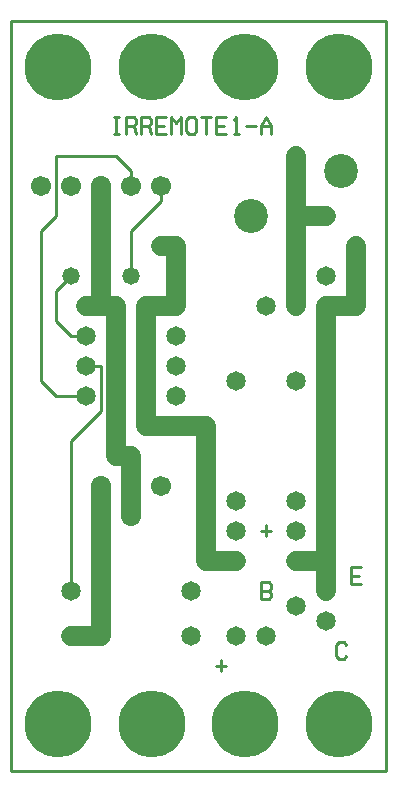
<source format=gtl>
%MOIN*%
%FSLAX25Y25*%
G04 D10 used for Character Trace; *
G04     Circle (OD=.01000) (No hole)*
G04 D11 used for Power Trace; *
G04     Circle (OD=.06700) (No hole)*
G04 D12 used for Signal Trace; *
G04     Circle (OD=.01100) (No hole)*
G04 D13 used for Via; *
G04     Circle (OD=.05800) (Round. Hole ID=.02800)*
G04 D14 used for Component hole; *
G04     Circle (OD=.06500) (Round. Hole ID=.03500)*
G04 D15 used for Component hole; *
G04     Circle (OD=.06700) (Round. Hole ID=.04300)*
G04 D16 used for Component hole; *
G04     Circle (OD=.08100) (Round. Hole ID=.05100)*
G04 D17 used for Component hole; *
G04     Circle (OD=.08900) (Round. Hole ID=.05900)*
G04 D18 used for Component hole; *
G04     Circle (OD=.11300) (Round. Hole ID=.08300)*
G04 D19 used for Component hole; *
G04     Circle (OD=.16000) (Round. Hole ID=.13000)*
G04 D20 used for Component hole; *
G04     Circle (OD=.18300) (Round. Hole ID=.15300)*
G04 D21 used for Component hole; *
G04     Circle (OD=.22291) (Round. Hole ID=.19291)*
%ADD10C,.01000*%
%ADD11C,.06700*%
%ADD12C,.01100*%
%ADD13C,.05800*%
%ADD14C,.06500*%
%ADD15C,.06700*%
%ADD16C,.08100*%
%ADD17C,.08900*%
%ADD18C,.11300*%
%ADD19C,.16000*%
%ADD20C,.18300*%
%ADD21C,.22291*%
%IPPOS*%
%LPD*%
G90*X0Y0D02*D21*X15625Y15625D03*D11*              
X20000Y45000D02*X30000D01*D14*X20000D03*D11*      
X30000D02*Y95000D01*D15*D03*X40000Y85000D03*D11*  
Y105000D01*X35000D01*Y155000D01*X30000D01*        
X25000D01*D14*D03*D11*X30000D02*Y175000D01*D14*   
D03*D11*Y195000D01*D15*D03*D12*X40000Y200000D02*  
X35000Y205000D01*X40000Y195000D02*Y200000D01*D15* 
Y195000D03*D12*Y180000D02*X50000Y190000D01*       
X40000Y165000D02*Y180000D01*D13*Y165000D03*D14*   
X50000Y175000D03*D11*X55000D01*Y155000D01*D14*D03*
D11*X45000D01*Y115000D01*X65000D01*Y70000D01*     
X75000D01*D14*D03*D10*X83326Y57129D02*Y62871D01*  
X85837D01*X86674Y61914D01*Y60957D01*              
X85837Y60000D01*X86674Y59043D01*Y58086D01*        
X85837Y57129D01*X83326D01*Y60000D02*X85837D01*    
X83326Y80000D02*X86674D01*X85000Y81914D02*        
Y78086D01*D14*X75000Y80000D03*X60000Y60000D03*    
X95000Y90000D03*Y55000D03*Y70000D03*D11*          
X105000D01*Y60000D01*D14*D03*D11*Y70000D02*       
Y140000D01*Y145000D01*D12*Y140000D01*D11*         
Y145000D02*Y155000D01*D14*D03*D11*X115000D01*     
Y175000D01*D14*D03*X105000Y185000D03*D11*         
X95000D01*Y155000D01*D14*D03*X105000Y165000D03*   
X85000Y155000D03*X75000Y130000D03*X95000D03*D11*  
Y185000D02*Y205000D01*D13*D03*D18*                
X110000Y200000D03*X80000Y185000D03*D21*           
X109375Y234375D03*X78125D03*D12*X125000Y0D02*     
Y250000D01*X0Y0D02*X125000D01*X0D02*Y250000D01*   
X125000D01*D15*X50000Y195000D03*D12*Y190000D01*   
X15000Y205000D02*X35000D01*X15000Y185000D02*      
Y205000D01*X10000Y180000D02*X15000Y185000D01*     
X10000Y130000D02*Y180000D01*X15000Y125000D02*     
X10000Y130000D01*X15000Y125000D02*X25000D01*D14*  
D03*D12*X20000Y110000D02*X30000Y120000D01*        
X20000Y60000D02*Y110000D01*D14*Y60000D03*D15*     
X50000Y95000D03*D14*X60000Y45000D03*D21*          
X46875Y15625D03*D10*X68326Y35000D02*X71674D01*    
X70000Y36914D02*Y33086D01*D14*X75000Y45000D03*    
Y90000D03*D21*X78125Y15625D03*D12*                
X30000Y120000D02*Y135000D01*X25000D01*D14*D03*    
Y145000D03*D12*X20000D01*X15000Y150000D01*        
Y160000D01*X20000Y165000D01*D13*D03*D15*          
Y195000D03*X10000D03*D14*X55000Y135000D03*        
Y145000D03*Y125000D03*D10*X35000Y212129D02*       
Y217871D01*X34163Y212129D02*X35837D01*            
X34163Y217871D02*X35837D01*X38326Y212129D02*      
Y217871D01*X40837D01*X41674Y216914D01*Y215957D01* 
X40837Y215000D01*X38326D01*X40837D02*             
X41674Y212129D01*X43326D02*Y217871D01*X45837D01*  
X46674Y216914D01*Y215957D01*X45837Y215000D01*     
X43326D01*X45837D02*X46674Y212129D01*X51674D02*   
X48326D01*Y217871D01*X51674D01*X48326Y215000D02*  
X50837D01*X53326Y212129D02*Y217871D01*            
X55000Y215957D01*X56674Y217871D01*Y212129D01*     
X61674Y213086D02*X60837Y212129D01*X59163D01*      
X58326Y213086D01*Y216914D01*X59163Y217871D01*     
X60837D01*X61674Y216914D01*Y213086D01*            
X65000Y212129D02*Y217871D01*X63326D02*X66674D01*  
X71674Y212129D02*X68326D01*Y217871D01*X71674D01*  
X68326Y215000D02*X70837D01*X74163Y216914D02*      
X75000Y217871D01*Y212129D01*X74163D02*X75837D01*  
X78326Y215000D02*X81674D01*X83326Y212129D02*      
Y215000D01*X85000Y217871D01*X86674Y215000D01*     
Y212129D01*X83326Y215000D02*X86674D01*D21*        
X46875Y234375D03*X15625D03*D10*X103326Y80000D02*  
X106674D01*X105000Y81914D02*Y78086D01*D14*        
X95000Y80000D03*D10*X116674Y62129D02*X113326D01*  
Y67871D01*X116674D01*X113326Y65000D02*X115837D01* 
D14*X105000Y50000D03*X85000Y45000D03*D10*         
X111674Y38086D02*X110837Y37129D01*X109163D01*     
X108326Y38086D01*Y41914D01*X109163Y42871D01*      
X110837D01*X111674Y41914D01*D21*X109375Y15625D03* 
M02*                                              

</source>
